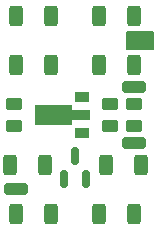
<source format=gbr>
G04 #@! TF.GenerationSoftware,KiCad,Pcbnew,(6.0.5)*
G04 #@! TF.CreationDate,2022-07-12T22:45:23+02:00*
G04 #@! TF.ProjectId,resistor_network,72657369-7374-46f7-925f-6e6574776f72,rev?*
G04 #@! TF.SameCoordinates,Original*
G04 #@! TF.FileFunction,Soldermask,Top*
G04 #@! TF.FilePolarity,Negative*
%FSLAX46Y46*%
G04 Gerber Fmt 4.6, Leading zero omitted, Abs format (unit mm)*
G04 Created by KiCad (PCBNEW (6.0.5)) date 2022-07-12 22:45:23*
%MOMM*%
%LPD*%
G01*
G04 APERTURE LIST*
G04 Aperture macros list*
%AMRoundRect*
0 Rectangle with rounded corners*
0 $1 Rounding radius*
0 $2 $3 $4 $5 $6 $7 $8 $9 X,Y pos of 4 corners*
0 Add a 4 corners polygon primitive as box body*
4,1,4,$2,$3,$4,$5,$6,$7,$8,$9,$2,$3,0*
0 Add four circle primitives for the rounded corners*
1,1,$1+$1,$2,$3*
1,1,$1+$1,$4,$5*
1,1,$1+$1,$6,$7*
1,1,$1+$1,$8,$9*
0 Add four rect primitives between the rounded corners*
20,1,$1+$1,$2,$3,$4,$5,0*
20,1,$1+$1,$4,$5,$6,$7,0*
20,1,$1+$1,$6,$7,$8,$9,0*
20,1,$1+$1,$8,$9,$2,$3,0*%
%AMFreePoly0*
4,1,9,3.862500,-0.866500,0.737500,-0.866500,0.737500,-0.450000,-0.737500,-0.450000,-0.737500,0.450000,0.737500,0.450000,0.737500,0.866500,3.862500,0.866500,3.862500,-0.866500,3.862500,-0.866500,$1*%
G04 Aperture macros list end*
%ADD10C,0.150000*%
%ADD11RoundRect,0.250000X-0.312500X-0.625000X0.312500X-0.625000X0.312500X0.625000X-0.312500X0.625000X0*%
%ADD12RoundRect,0.250000X0.450000X-0.262500X0.450000X0.262500X-0.450000X0.262500X-0.450000X-0.262500X0*%
%ADD13RoundRect,0.250000X0.750000X-0.250000X0.750000X0.250000X-0.750000X0.250000X-0.750000X-0.250000X0*%
%ADD14RoundRect,0.150000X0.150000X-0.587500X0.150000X0.587500X-0.150000X0.587500X-0.150000X-0.587500X0*%
%ADD15RoundRect,0.250000X-0.450000X0.262500X-0.450000X-0.262500X0.450000X-0.262500X0.450000X0.262500X0*%
%ADD16R,1.300000X0.900000*%
%ADD17FreePoly0,180.000000*%
G04 APERTURE END LIST*
D10*
X148600000Y-88500000D02*
X146400000Y-88500000D01*
X146400000Y-88500000D02*
X146400000Y-89900000D01*
X146400000Y-89900000D02*
X148600000Y-89900000D01*
X148600000Y-89900000D02*
X148600000Y-88500000D01*
G36*
X148600000Y-88500000D02*
G01*
X146400000Y-88500000D01*
X146400000Y-89900000D01*
X148600000Y-89900000D01*
X148600000Y-88500000D01*
G37*
D11*
G04 #@! TO.C,R5*
X137037500Y-91300000D03*
X139962500Y-91300000D03*
G04 #@! TD*
G04 #@! TO.C,R2*
X137037500Y-87100000D03*
X139962500Y-87100000D03*
G04 #@! TD*
D12*
G04 #@! TO.C,R1*
X147000000Y-96412500D03*
X147000000Y-94587500D03*
G04 #@! TD*
D11*
G04 #@! TO.C,R10*
X144037500Y-103900000D03*
X146962500Y-103900000D03*
G04 #@! TD*
G04 #@! TO.C,R6*
X144037500Y-91300000D03*
X146962500Y-91300000D03*
G04 #@! TD*
G04 #@! TO.C,R9*
X137037500Y-103900000D03*
X139962500Y-103900000D03*
G04 #@! TD*
D13*
G04 #@! TO.C,J3*
X137000000Y-101800000D03*
G04 #@! TD*
G04 #@! TO.C,J2*
X147000000Y-93150000D03*
G04 #@! TD*
D14*
G04 #@! TO.C,Q1*
X141050000Y-100887500D03*
X142950000Y-100887500D03*
X142000000Y-99012500D03*
G04 #@! TD*
D11*
G04 #@! TO.C,R8*
X144637500Y-99700000D03*
X147562500Y-99700000D03*
G04 #@! TD*
G04 #@! TO.C,R7*
X136537500Y-99700000D03*
X139462500Y-99700000D03*
G04 #@! TD*
G04 #@! TO.C,R3*
X144037500Y-87100000D03*
X146962500Y-87100000D03*
G04 #@! TD*
D15*
G04 #@! TO.C,R4*
X136800000Y-94587500D03*
X136800000Y-96412500D03*
G04 #@! TD*
D16*
G04 #@! TO.C,Q2*
X142587500Y-97000000D03*
D17*
X142500000Y-95500000D03*
D16*
X142587500Y-94000000D03*
G04 #@! TD*
D12*
G04 #@! TO.C,TH1*
X145000000Y-96412500D03*
X145000000Y-94587500D03*
G04 #@! TD*
D13*
G04 #@! TO.C,J1*
X147000000Y-97850000D03*
G04 #@! TD*
M02*

</source>
